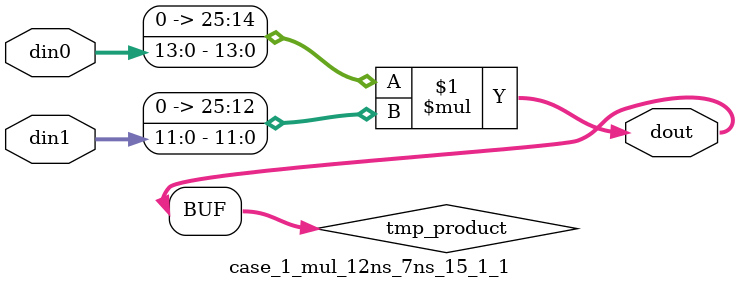
<source format=v>

`timescale 1 ns / 1 ps

 (* use_dsp = "no" *)  module case_1_mul_12ns_7ns_15_1_1(din0, din1, dout);
parameter ID = 1;
parameter NUM_STAGE = 0;
parameter din0_WIDTH = 14;
parameter din1_WIDTH = 12;
parameter dout_WIDTH = 26;

input [din0_WIDTH - 1 : 0] din0; 
input [din1_WIDTH - 1 : 0] din1; 
output [dout_WIDTH - 1 : 0] dout;

wire signed [dout_WIDTH - 1 : 0] tmp_product;
























assign tmp_product = $signed({1'b0, din0}) * $signed({1'b0, din1});











assign dout = tmp_product;





















endmodule

</source>
